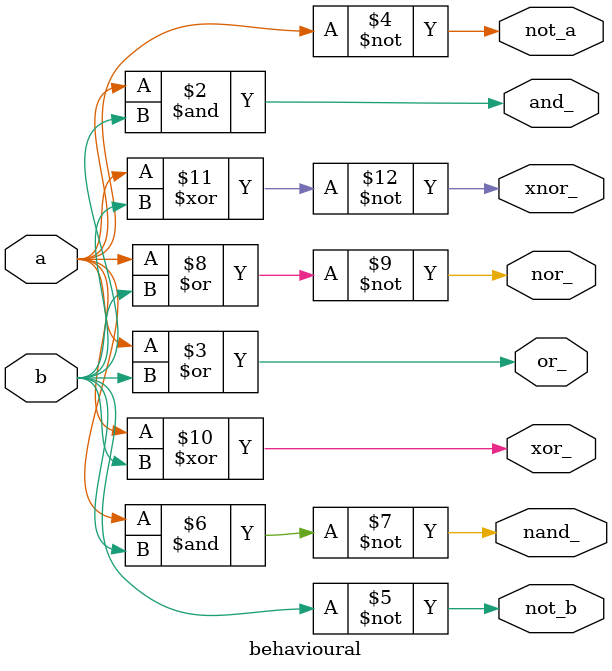
<source format=v>
module behavioural(a,b,and_,or_,not_a,not_b,nand_,nor_,xor_,xnor_);

input a,b;
output reg and_, or_, not_a, not_b, nand_, nor_,xor_,xnor_;

always @(*) begin

and_ = a&b;
or_ = a|b;
not_a = ~a;
not_b = ~b;
nand_ = ~(a&b);
nor_ = ~(a|b);
xor_ = a^b;
xnor_ = ~(a^b);
end

endmodule
</source>
